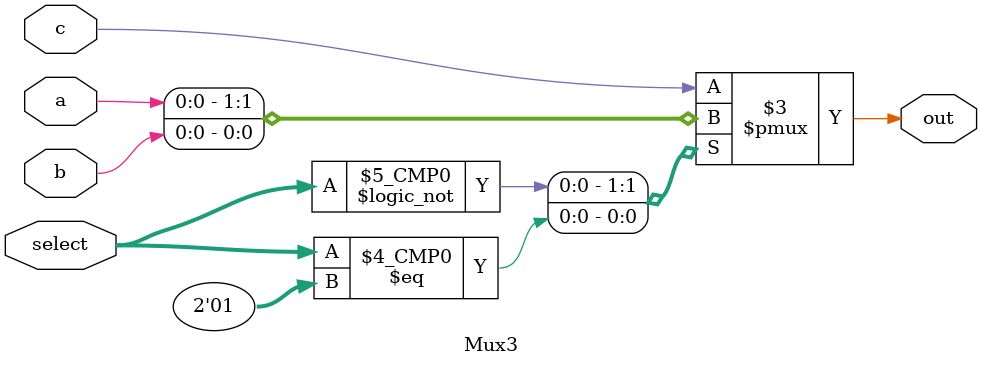
<source format=v>
/**@file
 * @brief     Three input multiplexer 
 * @author    Igor Lesik
 * @copyright Igor Lesik 2014
 *
 *
 *
 */
module Mux3 (a, b, c, select, out);
   
  parameter WIDTH = 1;

  input  [WIDTH-1:0] a;
  input  [WIDTH-1:0] b;
  input  [WIDTH-1:0] c;
  input  [1:0]       select;

  output [WIDTH-1:0] out;

  reg    [WIDTH-1:0] out;
  
  always @(a or b or c or select)
  begin
    case(select)
      2'b00: out = a;
      2'b01: out = b;
      default: out = c;
    endcase
  end
endmodule


</source>
